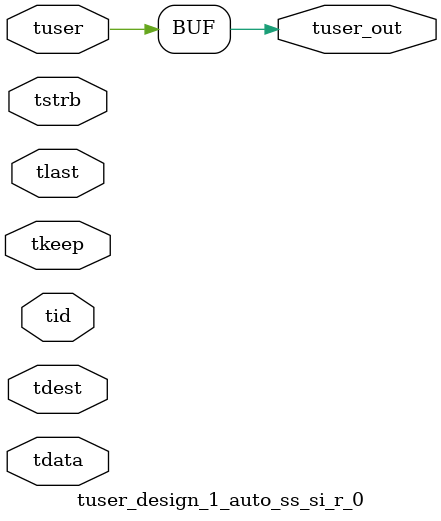
<source format=v>


`timescale 1ps/1ps

module tuser_design_1_auto_ss_si_r_0 #
(
parameter C_S_AXIS_TUSER_WIDTH = 1,
parameter C_S_AXIS_TDATA_WIDTH = 32,
parameter C_S_AXIS_TID_WIDTH   = 0,
parameter C_S_AXIS_TDEST_WIDTH = 0,
parameter C_M_AXIS_TUSER_WIDTH = 1
)
(
input  [(C_S_AXIS_TUSER_WIDTH == 0 ? 1 : C_S_AXIS_TUSER_WIDTH)-1:0     ] tuser,
input  [(C_S_AXIS_TDATA_WIDTH == 0 ? 1 : C_S_AXIS_TDATA_WIDTH)-1:0     ] tdata,
input  [(C_S_AXIS_TID_WIDTH   == 0 ? 1 : C_S_AXIS_TID_WIDTH)-1:0       ] tid,
input  [(C_S_AXIS_TDEST_WIDTH == 0 ? 1 : C_S_AXIS_TDEST_WIDTH)-1:0     ] tdest,
input  [(C_S_AXIS_TDATA_WIDTH/8)-1:0 ] tkeep,
input  [(C_S_AXIS_TDATA_WIDTH/8)-1:0 ] tstrb,
input                                                                    tlast,
output [C_M_AXIS_TUSER_WIDTH-1:0] tuser_out
);

assign tuser_out = {tuser[0:0]};

endmodule


</source>
